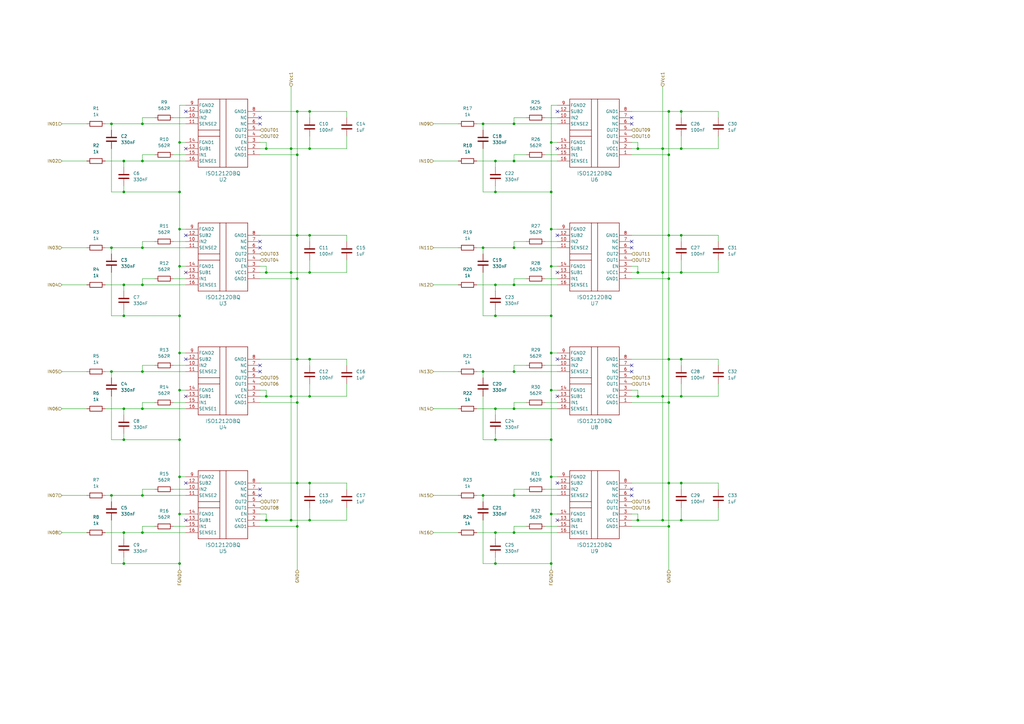
<source format=kicad_sch>
(kicad_sch (version 20231120) (generator "eeschema") (generator_version "8.0")
  (paper "A3")
  (junction (at 58.42 218.44))
  (junction (at 198.12 101.6))
  (junction (at 121.92 147.32))
  (junction (at 127 198.12))
  (junction (at 203.2 231.14))
  (junction (at 73.66 129.54))
  (junction (at 271.78 60.96))
  (junction (at 279.4 147.32))
  (junction (at 261.62 111.76))
  (junction (at 127 213.36))
  (junction (at 121.92 45.72))
  (junction (at 50.8 78.74))
  (junction (at 127 111.76))
  (junction (at 226.06 180.34))
  (junction (at 210.82 116.84))
  (junction (at 279.4 96.52))
  (junction (at 226.06 144.78))
  (junction (at 58.42 152.4))
  (junction (at 210.82 218.44))
  (junction (at 121.92 63.5))
  (junction (at 279.4 213.36))
  (junction (at 45.72 203.2))
  (junction (at 226.06 109.22))
  (junction (at 203.2 167.64))
  (junction (at 279.4 162.56))
  (junction (at 226.06 195.58))
  (junction (at 279.4 45.72))
  (junction (at 226.06 129.54))
  (junction (at 121.92 165.1))
  (junction (at 203.2 78.74))
  (junction (at 127 45.72))
  (junction (at 203.2 180.34))
  (junction (at 127 60.96))
  (junction (at 210.82 50.8))
  (junction (at 73.66 144.78))
  (junction (at 58.42 167.64))
  (junction (at 271.78 162.56))
  (junction (at 127 162.56))
  (junction (at 198.12 203.2))
  (junction (at 73.66 160.02))
  (junction (at 50.8 66.04))
  (junction (at 73.66 78.74))
  (junction (at 274.32 96.52))
  (junction (at 50.8 116.84))
  (junction (at 73.66 231.14))
  (junction (at 210.82 101.6))
  (junction (at 50.8 129.54))
  (junction (at 274.32 147.32))
  (junction (at 226.06 160.02))
  (junction (at 210.82 66.04))
  (junction (at 58.42 50.8))
  (junction (at 45.72 101.6))
  (junction (at 58.42 203.2))
  (junction (at 119.38 60.96))
  (junction (at 226.06 210.82))
  (junction (at 109.22 162.56))
  (junction (at 50.8 167.64))
  (junction (at 121.92 96.52))
  (junction (at 271.78 213.36))
  (junction (at 73.66 210.82))
  (junction (at 203.2 218.44))
  (junction (at 121.92 215.9))
  (junction (at 58.42 101.6))
  (junction (at 50.8 231.14))
  (junction (at 121.92 114.3))
  (junction (at 279.4 60.96))
  (junction (at 226.06 78.74))
  (junction (at 58.42 116.84))
  (junction (at 73.66 195.58))
  (junction (at 203.2 116.84))
  (junction (at 73.66 93.98))
  (junction (at 210.82 203.2))
  (junction (at 119.38 213.36))
  (junction (at 127 96.52))
  (junction (at 279.4 111.76))
  (junction (at 198.12 152.4))
  (junction (at 203.2 66.04))
  (junction (at 198.12 50.8))
  (junction (at 73.66 180.34))
  (junction (at 279.4 198.12))
  (junction (at 119.38 111.76))
  (junction (at 226.06 93.98))
  (junction (at 109.22 60.96))
  (junction (at 274.32 63.5))
  (junction (at 109.22 213.36))
  (junction (at 121.92 198.12))
  (junction (at 274.32 165.1))
  (junction (at 274.32 45.72))
  (junction (at 45.72 50.8))
  (junction (at 119.38 162.56))
  (junction (at 210.82 167.64))
  (junction (at 45.72 152.4))
  (junction (at 274.32 198.12))
  (junction (at 109.22 111.76))
  (junction (at 58.42 66.04))
  (junction (at 210.82 152.4))
  (junction (at 73.66 109.22))
  (junction (at 73.66 58.42))
  (junction (at 261.62 60.96))
  (junction (at 261.62 213.36))
  (junction (at 127 147.32))
  (junction (at 274.32 114.3))
  (junction (at 261.62 162.56))
  (junction (at 226.06 231.14))
  (junction (at 274.32 215.9))
  (junction (at 203.2 129.54))
  (junction (at 226.06 58.42))
  (junction (at 50.8 218.44))
  (junction (at 50.8 180.34))
  (junction (at 271.78 111.76))
  (no_connect (at 259.08 152.4))
  (no_connect (at 228.6 96.52))
  (no_connect (at 106.68 101.6))
  (no_connect (at 228.6 45.72))
  (no_connect (at 228.6 162.56))
  (no_connect (at 259.08 50.8))
  (no_connect (at 76.2 45.72))
  (no_connect (at 259.08 99.06))
  (no_connect (at 259.08 203.2))
  (no_connect (at 76.2 60.96))
  (no_connect (at 259.08 101.6))
  (no_connect (at 106.68 152.4))
  (no_connect (at 106.68 48.26))
  (no_connect (at 106.68 200.66))
  (no_connect (at 228.6 213.36))
  (no_connect (at 76.2 111.76))
  (no_connect (at 106.68 203.2))
  (no_connect (at 228.6 60.96))
  (no_connect (at 228.6 111.76))
  (no_connect (at 76.2 162.56))
  (no_connect (at 76.2 147.32))
  (no_connect (at 228.6 198.12))
  (no_connect (at 259.08 48.26))
  (no_connect (at 76.2 213.36))
  (no_connect (at 259.08 149.86))
  (no_connect (at 76.2 198.12))
  (no_connect (at 106.68 99.06))
  (no_connect (at 259.08 200.66))
  (no_connect (at 106.68 149.86))
  (no_connect (at 228.6 147.32))
  (no_connect (at 106.68 50.8))
  (no_connect (at 76.2 96.52))
  (wire (pts (xy 119.38 162.56) (xy 119.38 213.36)))
  (wire (pts (xy 142.24 200.66) (xy 142.24 198.12)))
  (wire (pts (xy 259.08 162.56) (xy 261.62 162.56)))
  (wire (pts (xy 274.32 147.32) (xy 274.32 165.1)))
  (wire (pts (xy 58.42 99.06) (xy 58.42 101.6)))
  (wire (pts (xy 50.8 231.14) (xy 73.66 231.14)))
  (wire (pts (xy 198.12 205.74) (xy 198.12 203.2)))
  (wire (pts (xy 223.52 149.86) (xy 228.6 149.86)))
  (wire (pts (xy 210.82 66.04) (xy 228.6 66.04)))
  (wire (pts (xy 177.8 167.64) (xy 187.96 167.64)))
  (wire (pts (xy 121.92 45.72) (xy 121.92 63.5)))
  (wire (pts (xy 109.22 60.96) (xy 119.38 60.96)))
  (wire (pts (xy 73.66 144.78) (xy 73.66 160.02)))
  (wire (pts (xy 226.06 231.14) (xy 226.06 233.68)))
  (wire (pts (xy 274.32 96.52) (xy 274.32 114.3)))
  (wire (pts (xy 177.8 152.4) (xy 187.96 152.4)))
  (wire (pts (xy 45.72 205.74) (xy 45.72 203.2)))
  (wire (pts (xy 25.4 116.84) (xy 35.56 116.84)))
  (wire (pts (xy 279.4 55.88) (xy 279.4 60.96)))
  (wire (pts (xy 71.12 114.3) (xy 76.2 114.3)))
  (wire (pts (xy 228.6 58.42) (xy 226.06 58.42)))
  (wire (pts (xy 127 198.12) (xy 142.24 198.12)))
  (wire (pts (xy 261.62 162.56) (xy 271.78 162.56)))
  (wire (pts (xy 228.6 195.58) (xy 226.06 195.58)))
  (wire (pts (xy 228.6 160.02) (xy 226.06 160.02)))
  (wire (pts (xy 71.12 149.86) (xy 76.2 149.86)))
  (wire (pts (xy 226.06 210.82) (xy 226.06 231.14)))
  (wire (pts (xy 73.66 129.54) (xy 73.66 144.78)))
  (wire (pts (xy 76.2 144.78) (xy 73.66 144.78)))
  (wire (pts (xy 45.72 162.56) (xy 45.72 180.34)))
  (wire (pts (xy 198.12 104.14) (xy 198.12 101.6)))
  (wire (pts (xy 259.08 63.5) (xy 274.32 63.5)))
  (wire (pts (xy 261.62 160.02) (xy 261.62 162.56)))
  (wire (pts (xy 121.92 165.1) (xy 121.92 198.12)))
  (wire (pts (xy 142.24 111.76) (xy 127 111.76)))
  (wire (pts (xy 127 45.72) (xy 142.24 45.72)))
  (wire (pts (xy 63.5 48.26) (xy 58.42 48.26)))
  (wire (pts (xy 261.62 58.42) (xy 261.62 60.96)))
  (wire (pts (xy 215.9 48.26) (xy 210.82 48.26)))
  (wire (pts (xy 203.2 177.8) (xy 203.2 180.34)))
  (wire (pts (xy 58.42 50.8) (xy 76.2 50.8)))
  (wire (pts (xy 261.62 109.22) (xy 261.62 111.76)))
  (wire (pts (xy 73.66 93.98) (xy 73.66 109.22)))
  (wire (pts (xy 294.64 213.36) (xy 279.4 213.36)))
  (wire (pts (xy 119.38 162.56) (xy 127 162.56)))
  (wire (pts (xy 279.4 208.28) (xy 279.4 213.36)))
  (wire (pts (xy 226.06 93.98) (xy 226.06 109.22)))
  (wire (pts (xy 106.68 198.12) (xy 121.92 198.12)))
  (wire (pts (xy 215.9 165.1) (xy 210.82 165.1)))
  (wire (pts (xy 203.2 218.44) (xy 203.2 220.98)))
  (wire (pts (xy 73.66 109.22) (xy 73.66 129.54)))
  (wire (pts (xy 177.8 50.8) (xy 187.96 50.8)))
  (wire (pts (xy 142.24 162.56) (xy 127 162.56)))
  (wire (pts (xy 43.18 50.8) (xy 45.72 50.8)))
  (wire (pts (xy 259.08 45.72) (xy 274.32 45.72)))
  (wire (pts (xy 198.12 53.34) (xy 198.12 50.8)))
  (wire (pts (xy 76.2 43.18) (xy 73.66 43.18)))
  (wire (pts (xy 203.2 167.64) (xy 203.2 170.18)))
  (wire (pts (xy 223.52 99.06) (xy 228.6 99.06)))
  (wire (pts (xy 63.5 63.5) (xy 58.42 63.5)))
  (wire (pts (xy 228.6 144.78) (xy 226.06 144.78)))
  (wire (pts (xy 195.58 116.84) (xy 203.2 116.84)))
  (wire (pts (xy 210.82 167.64) (xy 228.6 167.64)))
  (wire (pts (xy 226.06 195.58) (xy 226.06 210.82)))
  (wire (pts (xy 203.2 228.6) (xy 203.2 231.14)))
  (wire (pts (xy 50.8 76.2) (xy 50.8 78.74)))
  (wire (pts (xy 210.82 116.84) (xy 228.6 116.84)))
  (wire (pts (xy 25.4 152.4) (xy 35.56 152.4)))
  (wire (pts (xy 274.32 198.12) (xy 279.4 198.12)))
  (wire (pts (xy 223.52 215.9) (xy 228.6 215.9)))
  (wire (pts (xy 261.62 60.96) (xy 271.78 60.96)))
  (wire (pts (xy 45.72 60.96) (xy 45.72 78.74)))
  (wire (pts (xy 210.82 114.3) (xy 210.82 116.84)))
  (wire (pts (xy 50.8 127) (xy 50.8 129.54)))
  (wire (pts (xy 279.4 106.68) (xy 279.4 111.76)))
  (wire (pts (xy 58.42 101.6) (xy 76.2 101.6)))
  (wire (pts (xy 71.12 215.9) (xy 76.2 215.9)))
  (wire (pts (xy 25.4 167.64) (xy 35.56 167.64)))
  (wire (pts (xy 259.08 109.22) (xy 261.62 109.22)))
  (wire (pts (xy 43.18 116.84) (xy 50.8 116.84)))
  (wire (pts (xy 177.8 116.84) (xy 187.96 116.84)))
  (wire (pts (xy 259.08 198.12) (xy 274.32 198.12)))
  (wire (pts (xy 58.42 203.2) (xy 76.2 203.2)))
  (wire (pts (xy 121.92 96.52) (xy 127 96.52)))
  (wire (pts (xy 294.64 200.66) (xy 294.64 198.12)))
  (wire (pts (xy 121.92 96.52) (xy 121.92 114.3)))
  (wire (pts (xy 76.2 195.58) (xy 73.66 195.58)))
  (wire (pts (xy 76.2 160.02) (xy 73.66 160.02)))
  (wire (pts (xy 50.8 66.04) (xy 50.8 68.58)))
  (wire (pts (xy 203.2 116.84) (xy 203.2 119.38)))
  (wire (pts (xy 50.8 218.44) (xy 50.8 220.98)))
  (wire (pts (xy 76.2 210.82) (xy 73.66 210.82)))
  (wire (pts (xy 279.4 162.56) (xy 271.78 162.56)))
  (wire (pts (xy 142.24 48.26) (xy 142.24 45.72)))
  (wire (pts (xy 226.06 129.54) (xy 226.06 144.78)))
  (wire (pts (xy 50.8 228.6) (xy 50.8 231.14)))
  (wire (pts (xy 73.66 78.74) (xy 73.66 93.98)))
  (wire (pts (xy 279.4 198.12) (xy 294.64 198.12)))
  (wire (pts (xy 177.8 101.6) (xy 187.96 101.6)))
  (wire (pts (xy 76.2 58.42) (xy 73.66 58.42)))
  (wire (pts (xy 203.2 167.64) (xy 210.82 167.64)))
  (wire (pts (xy 106.68 147.32) (xy 121.92 147.32)))
  (wire (pts (xy 215.9 63.5) (xy 210.82 63.5)))
  (wire (pts (xy 259.08 96.52) (xy 274.32 96.52)))
  (wire (pts (xy 215.9 215.9) (xy 210.82 215.9)))
  (wire (pts (xy 73.66 231.14) (xy 73.66 233.68)))
  (wire (pts (xy 274.32 215.9) (xy 274.32 233.68)))
  (wire (pts (xy 127 99.06) (xy 127 96.52)))
  (wire (pts (xy 43.18 218.44) (xy 50.8 218.44)))
  (wire (pts (xy 119.38 35.56) (xy 119.38 60.96)))
  (wire (pts (xy 45.72 53.34) (xy 45.72 50.8)))
  (wire (pts (xy 203.2 116.84) (xy 210.82 116.84)))
  (wire (pts (xy 294.64 157.48) (xy 294.64 162.56)))
  (wire (pts (xy 106.68 45.72) (xy 121.92 45.72)))
  (wire (pts (xy 109.22 213.36) (xy 119.38 213.36)))
  (wire (pts (xy 25.4 218.44) (xy 35.56 218.44)))
  (wire (pts (xy 294.64 111.76) (xy 279.4 111.76)))
  (wire (pts (xy 279.4 48.26) (xy 279.4 45.72)))
  (wire (pts (xy 271.78 35.56) (xy 271.78 60.96)))
  (wire (pts (xy 210.82 101.6) (xy 228.6 101.6)))
  (wire (pts (xy 58.42 114.3) (xy 58.42 116.84)))
  (wire (pts (xy 106.68 96.52) (xy 121.92 96.52)))
  (wire (pts (xy 223.52 63.5) (xy 228.6 63.5)))
  (wire (pts (xy 198.12 180.34) (xy 203.2 180.34)))
  (wire (pts (xy 43.18 66.04) (xy 50.8 66.04)))
  (wire (pts (xy 228.6 210.82) (xy 226.06 210.82)))
  (wire (pts (xy 121.92 215.9) (xy 121.92 233.68)))
  (wire (pts (xy 198.12 152.4) (xy 210.82 152.4)))
  (wire (pts (xy 76.2 109.22) (xy 73.66 109.22)))
  (wire (pts (xy 142.24 149.86) (xy 142.24 147.32)))
  (wire (pts (xy 127 96.52) (xy 142.24 96.52)))
  (wire (pts (xy 177.8 66.04) (xy 187.96 66.04)))
  (wire (pts (xy 142.24 157.48) (xy 142.24 162.56)))
  (wire (pts (xy 71.12 200.66) (xy 76.2 200.66)))
  (wire (pts (xy 228.6 109.22) (xy 226.06 109.22)))
  (wire (pts (xy 274.32 63.5) (xy 274.32 96.52)))
  (wire (pts (xy 127 48.26) (xy 127 45.72)))
  (wire (pts (xy 50.8 167.64) (xy 50.8 170.18)))
  (wire (pts (xy 259.08 213.36) (xy 261.62 213.36)))
  (wire (pts (xy 294.64 208.28) (xy 294.64 213.36)))
  (wire (pts (xy 294.64 149.86) (xy 294.64 147.32)))
  (wire (pts (xy 58.42 149.86) (xy 58.42 152.4)))
  (wire (pts (xy 226.06 180.34) (xy 226.06 195.58)))
  (wire (pts (xy 261.62 210.82) (xy 261.62 213.36)))
  (wire (pts (xy 142.24 60.96) (xy 127 60.96)))
  (wire (pts (xy 121.92 198.12) (xy 127 198.12)))
  (wire (pts (xy 43.18 101.6) (xy 45.72 101.6)))
  (wire (pts (xy 259.08 210.82) (xy 261.62 210.82)))
  (wire (pts (xy 223.52 48.26) (xy 228.6 48.26)))
  (wire (pts (xy 127 200.66) (xy 127 198.12)))
  (wire (pts (xy 228.6 43.18) (xy 226.06 43.18)))
  (wire (pts (xy 294.64 162.56) (xy 279.4 162.56)))
  (wire (pts (xy 45.72 154.94) (xy 45.72 152.4)))
  (wire (pts (xy 203.2 129.54) (xy 226.06 129.54)))
  (wire (pts (xy 106.68 111.76) (xy 109.22 111.76)))
  (wire (pts (xy 294.64 55.88) (xy 294.64 60.96)))
  (wire (pts (xy 45.72 213.36) (xy 45.72 231.14)))
  (wire (pts (xy 50.8 177.8) (xy 50.8 180.34)))
  (wire (pts (xy 50.8 167.64) (xy 58.42 167.64)))
  (wire (pts (xy 71.12 99.06) (xy 76.2 99.06)))
  (wire (pts (xy 71.12 48.26) (xy 76.2 48.26)))
  (wire (pts (xy 198.12 162.56) (xy 198.12 180.34)))
  (wire (pts (xy 25.4 50.8) (xy 35.56 50.8)))
  (wire (pts (xy 259.08 60.96) (xy 261.62 60.96)))
  (wire (pts (xy 58.42 218.44) (xy 76.2 218.44)))
  (wire (pts (xy 274.32 198.12) (xy 274.32 215.9)))
  (wire (pts (xy 109.22 162.56) (xy 119.38 162.56)))
  (wire (pts (xy 43.18 152.4) (xy 45.72 152.4)))
  (wire (pts (xy 50.8 218.44) (xy 58.42 218.44)))
  (wire (pts (xy 274.32 147.32) (xy 279.4 147.32)))
  (wire (pts (xy 50.8 116.84) (xy 50.8 119.38)))
  (wire (pts (xy 195.58 218.44) (xy 203.2 218.44)))
  (wire (pts (xy 121.92 63.5) (xy 121.92 96.52)))
  (wire (pts (xy 45.72 78.74) (xy 50.8 78.74)))
  (wire (pts (xy 73.66 58.42) (xy 73.66 78.74)))
  (wire (pts (xy 50.8 180.34) (xy 73.66 180.34)))
  (wire (pts (xy 121.92 45.72) (xy 127 45.72)))
  (wire (pts (xy 271.78 60.96) (xy 271.78 111.76)))
  (wire (pts (xy 279.4 99.06) (xy 279.4 96.52)))
  (wire (pts (xy 279.4 200.66) (xy 279.4 198.12)))
  (wire (pts (xy 198.12 111.76) (xy 198.12 129.54)))
  (wire (pts (xy 76.2 93.98) (xy 73.66 93.98)))
  (wire (pts (xy 215.9 114.3) (xy 210.82 114.3)))
  (wire (pts (xy 109.22 109.22) (xy 109.22 111.76)))
  (wire (pts (xy 210.82 218.44) (xy 228.6 218.44)))
  (wire (pts (xy 63.5 114.3) (xy 58.42 114.3)))
  (wire (pts (xy 127 55.88) (xy 127 60.96)))
  (wire (pts (xy 228.6 93.98) (xy 226.06 93.98)))
  (wire (pts (xy 226.06 58.42) (xy 226.06 78.74)))
  (wire (pts (xy 203.2 127) (xy 203.2 129.54)))
  (wire (pts (xy 25.4 101.6) (xy 35.56 101.6)))
  (wire (pts (xy 45.72 152.4) (xy 58.42 152.4)))
  (wire (pts (xy 203.2 66.04) (xy 210.82 66.04)))
  (wire (pts (xy 271.78 162.56) (xy 271.78 213.36)))
  (wire (pts (xy 274.32 45.72) (xy 274.32 63.5)))
  (wire (pts (xy 279.4 96.52) (xy 294.64 96.52)))
  (wire (pts (xy 106.68 213.36) (xy 109.22 213.36)))
  (wire (pts (xy 58.42 200.66) (xy 58.42 203.2)))
  (wire (pts (xy 223.52 165.1) (xy 228.6 165.1)))
  (wire (pts (xy 106.68 58.42) (xy 109.22 58.42)))
  (wire (pts (xy 198.12 60.96) (xy 198.12 78.74)))
  (wire (pts (xy 294.64 99.06) (xy 294.64 96.52)))
  (wire (pts (xy 50.8 78.74) (xy 73.66 78.74)))
  (wire (pts (xy 198.12 154.94) (xy 198.12 152.4)))
  (wire (pts (xy 127 149.86) (xy 127 147.32)))
  (wire (pts (xy 142.24 106.68) (xy 142.24 111.76)))
  (wire (pts (xy 259.08 160.02) (xy 261.62 160.02)))
  (wire (pts (xy 63.5 165.1) (xy 58.42 165.1)))
  (wire (pts (xy 274.32 96.52) (xy 279.4 96.52)))
  (wire (pts (xy 142.24 208.28) (xy 142.24 213.36)))
  (wire (pts (xy 279.4 111.76) (xy 271.78 111.76)))
  (wire (pts (xy 127 157.48) (xy 127 162.56)))
  (wire (pts (xy 259.08 165.1) (xy 274.32 165.1)))
  (wire (pts (xy 210.82 99.06) (xy 210.82 101.6)))
  (wire (pts (xy 50.8 129.54) (xy 73.66 129.54)))
  (wire (pts (xy 210.82 50.8) (xy 228.6 50.8)))
  (wire (pts (xy 119.38 213.36) (xy 127 213.36)))
  (wire (pts (xy 45.72 203.2) (xy 58.42 203.2)))
  (wire (pts (xy 279.4 157.48) (xy 279.4 162.56)))
  (wire (pts (xy 195.58 167.64) (xy 203.2 167.64)))
  (wire (pts (xy 127 147.32) (xy 142.24 147.32)))
  (wire (pts (xy 279.4 60.96) (xy 271.78 60.96)))
  (wire (pts (xy 261.62 213.36) (xy 271.78 213.36)))
  (wire (pts (xy 203.2 231.14) (xy 226.06 231.14)))
  (wire (pts (xy 271.78 213.36) (xy 279.4 213.36)))
  (wire (pts (xy 121.92 147.32) (xy 121.92 165.1)))
  (wire (pts (xy 58.42 66.04) (xy 76.2 66.04)))
  (wire (pts (xy 58.42 63.5) (xy 58.42 66.04)))
  (wire (pts (xy 58.42 167.64) (xy 76.2 167.64)))
  (wire (pts (xy 210.82 152.4) (xy 228.6 152.4)))
  (wire (pts (xy 203.2 180.34) (xy 226.06 180.34)))
  (wire (pts (xy 210.82 48.26) (xy 210.82 50.8)))
  (wire (pts (xy 109.22 58.42) (xy 109.22 60.96)))
  (wire (pts (xy 195.58 101.6) (xy 198.12 101.6)))
  (wire (pts (xy 198.12 213.36) (xy 198.12 231.14)))
  (wire (pts (xy 109.22 111.76) (xy 119.38 111.76)))
  (wire (pts (xy 106.68 160.02) (xy 109.22 160.02)))
  (wire (pts (xy 226.06 109.22) (xy 226.06 129.54)))
  (wire (pts (xy 226.06 160.02) (xy 226.06 180.34)))
  (wire (pts (xy 45.72 129.54) (xy 50.8 129.54)))
  (wire (pts (xy 63.5 99.06) (xy 58.42 99.06)))
  (wire (pts (xy 294.64 60.96) (xy 279.4 60.96)))
  (wire (pts (xy 58.42 165.1) (xy 58.42 167.64)))
  (wire (pts (xy 198.12 203.2) (xy 210.82 203.2)))
  (wire (pts (xy 215.9 149.86) (xy 210.82 149.86)))
  (wire (pts (xy 195.58 203.2) (xy 198.12 203.2)))
  (wire (pts (xy 58.42 48.26) (xy 58.42 50.8)))
  (wire (pts (xy 177.8 218.44) (xy 187.96 218.44)))
  (wire (pts (xy 127 208.28) (xy 127 213.36)))
  (wire (pts (xy 25.4 203.2) (xy 35.56 203.2)))
  (wire (pts (xy 106.68 60.96) (xy 109.22 60.96)))
  (wire (pts (xy 73.66 160.02) (xy 73.66 180.34)))
  (wire (pts (xy 195.58 50.8) (xy 198.12 50.8)))
  (wire (pts (xy 121.92 114.3) (xy 121.92 147.32)))
  (wire (pts (xy 121.92 198.12) (xy 121.92 215.9)))
  (wire (pts (xy 73.66 43.18) (xy 73.66 58.42)))
  (wire (pts (xy 203.2 76.2) (xy 203.2 78.74)))
  (wire (pts (xy 210.82 63.5) (xy 210.82 66.04)))
  (wire (pts (xy 63.5 200.66) (xy 58.42 200.66)))
  (wire (pts (xy 121.92 147.32) (xy 127 147.32)))
  (wire (pts (xy 259.08 147.32) (xy 274.32 147.32)))
  (wire (pts (xy 45.72 180.34) (xy 50.8 180.34)))
  (wire (pts (xy 119.38 111.76) (xy 119.38 162.56)))
  (wire (pts (xy 73.66 210.82) (xy 73.66 231.14)))
  (wire (pts (xy 210.82 215.9) (xy 210.82 218.44)))
  (wire (pts (xy 45.72 104.14) (xy 45.72 101.6)))
  (wire (pts (xy 198.12 50.8) (xy 210.82 50.8)))
  (wire (pts (xy 215.9 200.66) (xy 210.82 200.66)))
  (wire (pts (xy 198.12 129.54) (xy 203.2 129.54)))
  (wire (pts (xy 58.42 152.4) (xy 76.2 152.4)))
  (wire (pts (xy 71.12 165.1) (xy 76.2 165.1)))
  (wire (pts (xy 109.22 160.02) (xy 109.22 162.56)))
  (wire (pts (xy 142.24 213.36) (xy 127 213.36)))
  (wire (pts (xy 109.22 210.82) (xy 109.22 213.36)))
  (wire (pts (xy 142.24 99.06) (xy 142.24 96.52)))
  (wire (pts (xy 195.58 152.4) (xy 198.12 152.4)))
  (wire (pts (xy 210.82 149.86) (xy 210.82 152.4)))
  (wire (pts (xy 119.38 60.96) (xy 119.38 111.76)))
  (wire (pts (xy 203.2 66.04) (xy 203.2 68.58)))
  (wire (pts (xy 43.18 167.64) (xy 50.8 167.64)))
  (wire (pts (xy 63.5 215.9) (xy 58.42 215.9)))
  (wire (pts (xy 73.66 195.58) (xy 73.66 210.82)))
  (wire (pts (xy 210.82 200.66) (xy 210.82 203.2)))
  (wire (pts (xy 203.2 218.44) (xy 210.82 218.44)))
  (wire (pts (xy 106.68 165.1) (xy 121.92 165.1)))
  (wire (pts (xy 45.72 101.6) (xy 58.42 101.6)))
  (wire (pts (xy 50.8 66.04) (xy 58.42 66.04)))
  (wire (pts (xy 274.32 114.3) (xy 274.32 147.32)))
  (wire (pts (xy 259.08 114.3) (xy 274.32 114.3)))
  (wire (pts (xy 226.06 43.18) (xy 226.06 58.42)))
  (wire (pts (xy 226.06 144.78) (xy 226.06 160.02)))
  (wire (pts (xy 259.08 215.9) (xy 274.32 215.9)))
  (wire (pts (xy 106.68 210.82) (xy 109.22 210.82)))
  (wire (pts (xy 63.5 149.86) (xy 58.42 149.86)))
  (wire (pts (xy 259.08 111.76) (xy 261.62 111.76)))
  (wire (pts (xy 198.12 78.74) (xy 203.2 78.74)))
  (wire (pts (xy 261.62 111.76) (xy 271.78 111.76)))
  (wire (pts (xy 279.4 45.72) (xy 294.64 45.72)))
  (wire (pts (xy 45.72 231.14) (xy 50.8 231.14)))
  (wire (pts (xy 215.9 99.06) (xy 210.82 99.06)))
  (wire (pts (xy 274.32 45.72) (xy 279.4 45.72)))
  (wire (pts (xy 106.68 109.22) (xy 109.22 109.22)))
  (wire (pts (xy 198.12 101.6) (xy 210.82 101.6)))
  (wire (pts (xy 203.2 78.74) (xy 226.06 78.74)))
  (wire (pts (xy 226.06 78.74) (xy 226.06 93.98)))
  (wire (pts (xy 119.38 111.76) (xy 127 111.76)))
  (wire (pts (xy 177.8 203.2) (xy 187.96 203.2)))
  (wire (pts (xy 198.12 231.14) (xy 203.2 231.14)))
  (wire (pts (xy 210.82 203.2) (xy 228.6 203.2)))
  (wire (pts (xy 106.68 114.3) (xy 121.92 114.3)))
  (wire (pts (xy 271.78 111.76) (xy 271.78 162.56)))
  (wire (pts (xy 106.68 162.56) (xy 109.22 162.56)))
  (wire (pts (xy 45.72 111.76) (xy 45.72 129.54)))
  (wire (pts (xy 58.42 215.9) (xy 58.42 218.44)))
  (wire (pts (xy 71.12 63.5) (xy 76.2 63.5)))
  (wire (pts (xy 294.64 106.68) (xy 294.64 111.76)))
  (wire (pts (xy 259.08 58.42) (xy 261.62 58.42)))
  (wire (pts (xy 127 106.68) (xy 127 111.76)))
  (wire (pts (xy 210.82 165.1) (xy 210.82 167.64)))
  (wire (pts (xy 25.4 66.04) (xy 35.56 66.04)))
  (wire (pts (xy 58.42 116.84) (xy 76.2 116.84)))
  (wire (pts (xy 223.52 114.3) (xy 228.6 114.3)))
  (wire (pts (xy 106.68 63.5) (xy 121.92 63.5)))
  (wire (pts (xy 142.24 55.88) (xy 142.24 60.96)))
  (wire (pts (xy 45.72 50.8) (xy 58.42 50.8)))
  (wire (pts (xy 195.58 66.04) (xy 203.2 66.04)))
  (wire (pts (xy 43.18 203.2) (xy 45.72 203.2)))
  (wire (pts (xy 274.32 165.1) (xy 274.32 198.12)))
  (wire (pts (xy 119.38 60.96) (xy 127 60.96)))
  (wire (pts (xy 223.52 200.66) (xy 228.6 200.66)))
  (wire (pts (xy 106.68 215.9) (xy 121.92 215.9)))
  (wire (pts (xy 50.8 116.84) (xy 58.42 116.84)))
  (wire (pts (xy 73.66 180.34) (xy 73.66 195.58)))
  (wire (pts (xy 279.4 149.86) (xy 279.4 147.32)))
  (wire (pts (xy 279.4 147.32) (xy 294.64 147.32)))
  (wire (pts (xy 294.64 48.26) (xy 294.64 45.72)))
  (hierarchical_label "IN10" (shape input) (at 177.8 66.04 180))
  (hierarchical_label "IN07" (shape input) (at 25.4 203.2 180))
  (hierarchical_label "IN05" (shape input) (at 25.4 152.4 180))
  (hierarchical_label "OUT05" (shape input) (at 106.68 154.94 0))
  (hierarchical_label "OUT06" (shape input) (at 106.68 157.48 0))
  (hierarchical_label "OUT07" (shape input) (at 106.68 205.74 0))
  (hierarchical_label "OUT13" (shape input) (at 259.08 154.94 0))
  (hierarchical_label "IN03" (shape input) (at 25.4 101.6 180))
  (hierarchical_label "IN08" (shape input) (at 25.4 218.44 180))
  (hierarchical_label "IN16" (shape input) (at 177.8 218.44 180))
  (hierarchical_label "OUT11" (shape input) (at 259.08 104.14 0))
  (hierarchical_label "IN12" (shape input) (at 177.8 116.84 180))
  (hierarchical_label "Vcc1" (shape input) (at 119.38 35.56 90))
  (hierarchical_label "IN14" (shape input) (at 177.8 167.64 180))
  (hierarchical_label "OUT03" (shape input) (at 106.68 104.14 0))
  (hierarchical_label "OUT14" (shape input) (at 259.08 157.48 0))
  (hierarchical_label "OUT09" (shape input) (at 259.08 53.34 0))
  (hierarchical_label "FGND" (shape input) (at 226.06 233.68 270))
  (hierarchical_label "IN11" (shape input) (at 177.8 101.6 180))
  (hierarchical_label "IN04" (shape input) (at 25.4 116.84 180))
  (hierarchical_label "GND" (shape input) (at 274.32 233.68 270))
  (hierarchical_label "OUT01" (shape input) (at 106.68 53.34 0))
  (hierarchical_label "OUT02" (shape input) (at 106.68 55.88 0))
  (hierarchical_label "OUT15" (shape input) (at 259.08 205.74 0))
  (hierarchical_label "IN13" (shape input) (at 177.8 152.4 180))
  (hierarchical_label "IN06" (shape input) (at 25.4 167.64 180))
  (hierarchical_label "OUT10" (shape input) (at 259.08 55.88 0))
  (hierarchical_label "IN01" (shape input) (at 25.4 50.8 180))
  (hierarchical_label "Vcc1" (shape input) (at 271.78 35.56 90))
  (hierarchical_label "OUT12" (shape input) (at 259.08 106.68 0))
  (hierarchical_label "IN02" (shape input) (at 25.4 66.04 180))
  (hierarchical_label "OUT16" (shape input) (at 259.08 208.28 0))
  (hierarchical_label "FGND" (shape input) (at 73.66 233.68 270))
  (hierarchical_label "OUT04" (shape input) (at 106.68 106.68 0))
  (hierarchical_label "IN09" (shape input) (at 177.8 50.8 180))
  (hierarchical_label "OUT08" (shape input) (at 106.68 208.28 0))
  (hierarchical_label "IN15" (shape input) (at 177.8 203.2 180))
  (hierarchical_label "GND" (shape input) (at 121.92 233.68 270))
  (symbol (lib_id "kicad_inventree_lib:R_1k_1206_1%") (at 39.37 152.4 90) (unit 1)
    (property "Reference" "R5" (at 39.37 146.05 90))
    (property "Value" "1k" (at 39.37 148.59 90))
    (property "Footprint" "Resistor_SMD:R_1206_3216Metric_Pad1.30x1.75mm_HandSolder" (effects (hide yes)))
    (property "Datasheet" "http://inventree.network/part/60/" (effects (hide yes)))
    (property "Description" "Resistor" (effects (hide yes)))
    (property "NextPCB_price" "0.00169" (effects (hide yes)))
    (property "NextPCB_url" "https://www.hqonline.com/product-detail/chip-resistors-fojan-frc1206f3301ts-2500354421" (effects (hide yes)))
    (property "part_ipn" "R_1k_1206_1%" (effects (hide yes)))
  )
  (symbol (lib_id "kicad_inventree_lib:ISO1212") (at 243.84 198.12 180) (unit 1)
    (property "Reference" "U9" (at 243.84 226.06 0) (effects (font (size 1.524 1.524))))
    (property "Value" "ISO1212DBQ" (at 243.84 223.52 0) (effects (font (size 1.524 1.524))))
    (property "Footprint" "kicad_inventree_lib:DBQ0016A_M" (effects (hide yes)))
    (property "Datasheet" "http://inventree.network/part/102/" (effects (hide yes)))
    (property "part_ipn" "ISO1212" (effects (hide yes)))
  )
  (symbol (lib_id "kicad_inventree_lib:R_562R_1206_1%") (at 219.71 149.86 90) (unit 1)
    (property "Reference" "R29" (at 219.71 143.51 90))
    (property "Value" "562R" (at 219.71 146.05 90))
    (property "Footprint" "Resistor_SMD:R_1206_3216Metric_Pad1.30x1.75mm_HandSolder" (effects (hide yes)))
    (property "Datasheet" "http://inventree.network/part/103/" (effects (hide yes)))
    (property "Description" "Resistor" (effects (hide yes)))
    (property "part_ipn" "R_562R_1206_1%" (effects (hide yes)))
  )
  (symbol (lib_id "kicad_inventree_lib:R_562R_1206_1%") (at 67.31 200.66 90) (unit 1)
    (property "Reference" "R15" (at 67.31 194.31 90))
    (property "Value" "562R" (at 67.31 196.85 90))
    (property "Footprint" "Resistor_SMD:R_1206_3216Metric_Pad1.30x1.75mm_HandSolder" (effects (hide yes)))
    (property "Datasheet" "http://inventree.network/part/103/" (effects (hide yes)))
    (property "Description" "Resistor" (effects (hide yes)))
    (property "part_ipn" "R_562R_1206_1%" (effects (hide yes)))
  )
  (symbol (lib_id "kicad_inventree_lib:ISO1212") (at 243.84 147.32 180) (unit 1)
    (property "Reference" "U8" (at 243.84 175.26 0) (effects (font (size 1.524 1.524))))
    (property "Value" "ISO1212DBQ" (at 243.84 172.72 0) (effects (font (size 1.524 1.524))))
    (property "Footprint" "kicad_inventree_lib:DBQ0016A_M" (effects (hide yes)))
    (property "Datasheet" "http://inventree.network/part/102/" (effects (hide yes)))
    (property "part_ipn" "ISO1212" (effects (hide yes)))
  )
  (symbol (lib_id "kicad_inventree_lib:R_1k_1206_1%") (at 191.77 203.2 90) (unit 1)
    (property "Reference" "R23" (at 191.77 196.85 90))
    (property "Value" "1k" (at 191.77 199.39 90))
    (property "Footprint" "Resistor_SMD:R_1206_3216Metric_Pad1.30x1.75mm_HandSolder" (effects (hide yes)))
    (property "Datasheet" "http://inventree.network/part/60/" (effects (hide yes)))
    (property "Description" "Resistor" (effects (hide yes)))
    (property "NextPCB_price" "0.00169" (effects (hide yes)))
    (property "NextPCB_url" "https://www.hqonline.com/product-detail/chip-resistors-fojan-frc1206f3301ts-2500354421" (effects (hide yes)))
    (property "part_ipn" "R_1k_1206_1%" (effects (hide yes)))
  )
  (symbol (lib_id "kicad_inventree_lib:C_330nF_50V_1206") (at 203.2 72.39 0) (unit 1)
    (property "Reference" "C22" (at 207.01 71.1199 0) (effects (justify left)))
    (property "Value" "330nF" (at 207.01 73.6599 0) (effects (justify left)))
    (property "Footprint" "Capacitor_SMD:C_1206_3216Metric_Pad1.33x1.80mm_HandSolder" (effects (hide yes)))
    (property "Datasheet" "http://inventree.network/part/104/" (effects (hide yes)))
    (property "Description" "Unpolarized capacitor" (effects (hide yes)))
    (property "part_ipn" "C_330nF_50V_1206" (effects (hide yes)))
  )
  (symbol (lib_id "kicad_inventree_lib:C_1uF_50V_1206") (at 142.24 204.47 0) (unit 1)
    (property "Reference" "C17" (at 146.05 203.1999 0) (effects (justify left)))
    (property "Value" "1uF" (at 146.05 205.7399 0) (effects (justify left)))
    (property "Footprint" "Capacitor_SMD:C_1206_3216Metric_Pad1.33x1.80mm_HandSolder" (effects (hide yes)))
    (property "Datasheet" "http://inventree.network/part/44/" (effects (hide yes)))
    (property "Description" "Unpolarized capacitor" (effects (hide yes)))
    (property "part_ipn" "C_1uF_50V_1206" (effects (hide yes)))
  )
  (symbol (lib_id "kicad_inventree_lib:R_562R_1206_1%") (at 67.31 114.3 90) (unit 1)
    (property "Reference" "R12" (at 67.31 107.95 90))
    (property "Value" "562R" (at 67.31 110.49 90))
    (property "Footprint" "Resistor_SMD:R_1206_3216Metric_Pad1.30x1.75mm_HandSolder" (effects (hide yes)))
    (property "Datasheet" "http://inventree.network/part/103/" (effects (hide yes)))
    (property "Description" "Resistor" (effects (hide yes)))
    (property "part_ipn" "R_562R_1206_1%" (effects (hide yes)))
  )
  (symbol (lib_id "kicad_inventree_lib:C_100nF_50V_1206") (at 279.4 102.87 0) (unit 1)
    (property "Reference" "C27" (at 283.21 101.5999 0) (effects (justify left)))
    (property "Value" "100nF" (at 283.21 104.1399 0) (effects (justify left)))
    (property "Footprint" "Capacitor_SMD:C_1206_3216Metric_Pad1.33x1.80mm_HandSolder" (effects (hide yes)))
    (property "Datasheet" "http://inventree.network/part/44/" (effects (hide yes)))
    (property "Description" "Unpolarized capacitor" (effects (hide yes)))
    (property "part_ipn" "C_100nF_50V_1206" (effects (hide yes)))
  )
  (symbol (lib_id "kicad_inventree_lib:C_1uF_50V_1206") (at 142.24 52.07 0) (unit 1)
    (property "Reference" "C14" (at 146.05 50.7999 0) (effects (justify left)))
    (property "Value" "1uF" (at 146.05 53.3399 0) (effects (justify left)))
    (property "Footprint" "Capacitor_SMD:C_1206_3216Metric_Pad1.33x1.80mm_HandSolder" (effects (hide yes)))
    (property "Datasheet" "http://inventree.network/part/44/" (effects (hide yes)))
    (property "Description" "Unpolarized capacitor" (effects (hide yes)))
    (property "part_ipn" "C_1uF_50V_1206" (effects (hide yes)))
  )
  (symbol (lib_id "kicad_inventree_lib:R_562R_1206_1%") (at 67.31 48.26 90) (unit 1)
    (property "Reference" "R9" (at 67.31 41.91 90))
    (property "Value" "562R" (at 67.31 44.45 90))
    (property "Footprint" "Resistor_SMD:R_1206_3216Metric_Pad1.30x1.75mm_HandSolder" (effects (hide yes)))
    (property "Datasheet" "http://inventree.network/part/103/" (effects (hide yes)))
    (property "Description" "Resistor" (effects (hide yes)))
    (property "part_ipn" "R_562R_1206_1%" (effects (hide yes)))
  )
  (symbol (lib_id "kicad_inventree_lib:R_562R_1206_1%") (at 67.31 63.5 90) (unit 1)
    (property "Reference" "R10" (at 67.31 57.15 90))
    (property "Value" "562R" (at 67.31 59.69 90))
    (property "Footprint" "Resistor_SMD:R_1206_3216Metric_Pad1.30x1.75mm_HandSolder" (effects (hide yes)))
    (property "Datasheet" "http://inventree.network/part/103/" (effects (hide yes)))
    (property "Description" "Resistor" (effects (hide yes)))
    (property "part_ipn" "R_562R_1206_1%" (effects (hide yes)))
  )
  (symbol (lib_id "kicad_inventree_lib:R_562R_1206_1%") (at 67.31 215.9 90) (unit 1)
    (property "Reference" "R16" (at 67.31 209.55 90))
    (property "Value" "562R" (at 67.31 212.09 90))
    (property "Footprint" "Resistor_SMD:R_1206_3216Metric_Pad1.30x1.75mm_HandSolder" (effects (hide yes)))
    (property "Datasheet" "http://inventree.network/part/103/" (effects (hide yes)))
    (property "Description" "Resistor" (effects (hide yes)))
    (property "part_ipn" "R_562R_1206_1%" (effects (hide yes)))
  )
  (symbol (lib_id "kicad_inventree_lib:R_1k_1206_1%") (at 39.37 167.64 90) (unit 1)
    (property "Reference" "R6" (at 39.37 161.29 90))
    (property "Value" "1k" (at 39.37 163.83 90))
    (property "Footprint" "Resistor_SMD:R_1206_3216Metric_Pad1.30x1.75mm_HandSolder" (effects (hide yes)))
    (property "Datasheet" "http://inventree.network/part/60/" (effects (hide yes)))
    (property "Description" "Resistor" (effects (hide yes)))
    (property "NextPCB_price" "0.00169" (effects (hide yes)))
    (property "NextPCB_url" "https://www.hqonline.com/product-detail/chip-resistors-fojan-frc1206f3301ts-2500354421" (effects (hide yes)))
    (property "part_ipn" "R_1k_1206_1%" (effects (hide yes)))
  )
  (symbol (lib_id "kicad_inventree_lib:ISO1212") (at 91.44 96.52 180) (unit 1)
    (property "Reference" "U3" (at 91.44 124.46 0) (effects (font (size 1.524 1.524))))
    (property "Value" "ISO1212DBQ" (at 91.44 121.92 0) (effects (font (size 1.524 1.524))))
    (property "Footprint" "kicad_inventree_lib:DBQ0016A_M" (effects (hide yes)))
    (property "Datasheet" "http://inventree.network/part/102/" (effects (hide yes)))
    (property "part_ipn" "ISO1212" (effects (hide yes)))
  )
  (symbol (lib_id "kicad_inventree_lib:C_1uF_50V_1206") (at 294.64 153.67 0) (unit 1)
    (property "Reference" "C32" (at 298.45 152.3999 0) (effects (justify left)))
    (property "Value" "1uF" (at 298.45 154.9399 0) (effects (justify left)))
    (property "Footprint" "Capacitor_SMD:C_1206_3216Metric_Pad1.33x1.80mm_HandSolder" (effects (hide yes)))
    (property "Datasheet" "http://inventree.network/part/44/" (effects (hide yes)))
    (property "Description" "Unpolarized capacitor" (effects (hide yes)))
    (property "part_ipn" "C_1uF_50V_1206" (effects (hide yes)))
  )
  (symbol (lib_id "kicad_inventree_lib:C_100nF_50V_1206") (at 127 102.87 0) (unit 1)
    (property "Reference" "C11" (at 130.81 101.5999 0) (effects (justify left)))
    (property "Value" "100nF" (at 130.81 104.1399 0) (effects (justify left)))
    (property "Footprint" "Capacitor_SMD:C_1206_3216Metric_Pad1.33x1.80mm_HandSolder" (effects (hide yes)))
    (property "Datasheet" "http://inventree.network/part/44/" (effects (hide yes)))
    (property "Description" "Unpolarized capacitor" (effects (hide yes)))
    (property "part_ipn" "C_100nF_50V_1206" (effects (hide yes)))
  )
  (symbol (lib_id "kicad_inventree_lib:R_1k_1206_1%") (at 39.37 101.6 90) (unit 1)
    (property "Reference" "R3" (at 39.37 95.25 90))
    (property "Value" "1k" (at 39.37 97.79 90))
    (property "Footprint" "Resistor_SMD:R_1206_3216Metric_Pad1.30x1.75mm_HandSolder" (effects (hide yes)))
    (property "Datasheet" "http://inventree.network/part/60/" (effects (hide yes)))
    (property "Description" "Resistor" (effects (hide yes)))
    (property "NextPCB_price" "0.00169" (effects (hide yes)))
    (property "NextPCB_url" "https://www.hqonline.com/product-detail/chip-resistors-fojan-frc1206f3301ts-2500354421" (effects (hide yes)))
    (property "part_ipn" "R_1k_1206_1%" (effects (hide yes)))
  )
  (symbol (lib_name "C_330nF_50V_1206_1") (lib_id "kicad_inventree_lib:C_330nF_50V_1206") (at 198.12 57.15 0) (unit 1)
    (property "Reference" "C18" (at 201.93 55.8799 0) (effects (justify left)))
    (property "Value" "330nF" (at 201.93 58.4199 0) (effects (justify left)))
    (property "Footprint" "Capacitor_SMD:C_1206_3216Metric_Pad1.33x1.80mm_HandSolder" (effects (hide yes)))
    (property "Datasheet" "http://inventree.network/part/104/" (effects (hide yes)))
    (property "Description" "Unpolarized capacitor" (effects (hide yes)))
    (property "part_ipn" "C_330nF_50V_1206" (effects (hide yes)))
  )
  (symbol (lib_id "kicad_inventree_lib:R_562R_1206_1%") (at 219.71 63.5 90) (unit 1)
    (property "Reference" "R26" (at 219.71 57.15 90))
    (property "Value" "562R" (at 219.71 59.69 90))
    (property "Footprint" "Resistor_SMD:R_1206_3216Metric_Pad1.30x1.75mm_HandSolder" (effects (hide yes)))
    (property "Datasheet" "http://inventree.network/part/103/" (effects (hide yes)))
    (property "Description" "Resistor" (effects (hide yes)))
    (property "part_ipn" "R_562R_1206_1%" (effects (hide yes)))
  )
  (symbol (lib_id "kicad_inventree_lib:R_562R_1206_1%") (at 219.71 200.66 90) (unit 1)
    (property "Reference" "R31" (at 219.71 194.31 90))
    (property "Value" "562R" (at 219.71 196.85 90))
    (property "Footprint" "Resistor_SMD:R_1206_3216Metric_Pad1.30x1.75mm_HandSolder" (effects (hide yes)))
    (property "Datasheet" "http://inventree.network/part/103/" (effects (hide yes)))
    (property "Description" "Resistor" (effects (hide yes)))
    (property "part_ipn" "R_562R_1206_1%" (effects (hide yes)))
  )
  (symbol (lib_id "kicad_inventree_lib:R_562R_1206_1%") (at 219.71 99.06 90) (unit 1)
    (property "Reference" "R27" (at 219.71 92.71 90))
    (property "Value" "562R" (at 219.71 95.25 90))
    (property "Footprint" "Resistor_SMD:R_1206_3216Metric_Pad1.30x1.75mm_HandSolder" (effects (hide yes)))
    (property "Datasheet" "http://inventree.network/part/103/" (effects (hide yes)))
    (property "Description" "Resistor" (effects (hide yes)))
    (property "part_ipn" "R_562R_1206_1%" (effects (hide yes)))
  )
  (symbol (lib_id "kicad_inventree_lib:C_330nF_50V_1206") (at 203.2 224.79 0) (unit 1)
    (property "Reference" "C25" (at 207.01 223.5199 0) (effects (justify left)))
    (property "Value" "330nF" (at 207.01 226.0599 0) (effects (justify left)))
    (property "Footprint" "Capacitor_SMD:C_1206_3216Metric_Pad1.33x1.80mm_HandSolder" (effects (hide yes)))
    (property "Datasheet" "http://inventree.network/part/104/" (effects (hide yes)))
    (property "Description" "Unpolarized capacitor" (effects (hide yes)))
    (property "part_ipn" "C_330nF_50V_1206" (effects (hide yes)))
  )
  (symbol (lib_id "kicad_inventree_lib:C_1uF_50V_1206") (at 142.24 153.67 0) (unit 1)
    (property "Reference" "C16" (at 146.05 152.3999 0) (effects (justify left)))
    (property "Value" "1uF" (at 146.05 154.9399 0) (effects (justify left)))
    (property "Footprint" "Capacitor_SMD:C_1206_3216Metric_Pad1.33x1.80mm_HandSolder" (effects (hide yes)))
    (property "Datasheet" "http://inventree.network/part/44/" (effects (hide yes)))
    (property "Description" "Unpolarized capacitor" (effects (hide yes)))
    (property "part_ipn" "C_1uF_50V_1206" (effects (hide yes)))
  )
  (symbol (lib_id "kicad_inventree_lib:C_100nF_50V_1206") (at 279.4 204.47 0) (unit 1)
    (property "Reference" "C29" (at 283.21 203.1999 0) (effects (justify left)))
    (property "Value" "100nF" (at 283.21 205.7399 0) (effects (justify left)))
    (property "Footprint" "Capacitor_SMD:C_1206_3216Metric_Pad1.33x1.80mm_HandSolder" (effects (hide yes)))
    (property "Datasheet" "http://inventree.network/part/44/" (effects (hide yes)))
    (property "Description" "Unpolarized capacitor" (effects (hide yes)))
    (property "part_ipn" "C_100nF_50V_1206" (effects (hide yes)))
  )
  (symbol (lib_id "kicad_inventree_lib:C_1uF_50V_1206") (at 294.64 204.47 0) (unit 1)
    (property "Reference" "C33" (at 298.45 203.1999 0) (effects (justify left)))
    (property "Value" "1uF" (at 298.45 205.7399 0) (effects (justify left)))
    (property "Footprint" "Capacitor_SMD:C_1206_3216Metric_Pad1.33x1.80mm_HandSolder" (effects (hide yes)))
    (property "Datasheet" "http://inventree.network/part/44/" (effects (hide yes)))
    (property "Description" "Unpolarized capacitor" (effects (hide yes)))
    (property "part_ipn" "C_1uF_50V_1206" (effects (hide yes)))
  )
  (symbol (lib_id "kicad_inventree_lib:R_1k_1206_1%") (at 39.37 203.2 90) (unit 1)
    (property "Reference" "R7" (at 39.37 196.85 90))
    (property "Value" "1k" (at 39.37 199.39 90))
    (property "Footprint" "Resistor_SMD:R_1206_3216Metric_Pad1.30x1.75mm_HandSolder" (effects (hide yes)))
    (property "Datasheet" "http://inventree.network/part/60/" (effects (hide yes)))
    (property "Description" "Resistor" (effects (hide yes)))
    (property "NextPCB_price" "0.00169" (effects (hide yes)))
    (property "NextPCB_url" "https://www.hqonline.com/product-detail/chip-resistors-fojan-frc1206f3301ts-2500354421" (effects (hide yes)))
    (property "part_ipn" "R_1k_1206_1%" (effects (hide yes)))
  )
  (symbol (lib_id "kicad_inventree_lib:ISO1212") (at 243.84 96.52 180) (unit 1)
    (property "Reference" "U7" (at 243.84 124.46 0) (effects (font (size 1.524 1.524))))
    (property "Value" "ISO1212DBQ" (at 243.84 121.92 0) (effects (font (size 1.524 1.524))))
    (property "Footprint" "kicad_inventree_lib:DBQ0016A_M" (effects (hide yes)))
    (property "Datasheet" "http://inventree.network/part/102/" (effects (hide yes)))
    (property "part_ipn" "ISO1212" (effects (hide yes)))
  )
  (symbol (lib_id "kicad_inventree_lib:R_1k_1206_1%") (at 191.77 167.64 90) (unit 1)
    (property "Reference" "R22" (at 191.77 161.29 90))
    (property "Value" "1k" (at 191.77 163.83 90))
    (property "Footprint" "Resistor_SMD:R_1206_3216Metric_Pad1.30x1.75mm_HandSolder" (effects (hide yes)))
    (property "Datasheet" "http://inventree.network/part/60/" (effects (hide yes)))
    (property "Description" "Resistor" (effects (hide yes)))
    (property "NextPCB_price" "0.00169" (effects (hide yes)))
    (property "NextPCB_url" "https://www.hqonline.com/product-detail/chip-resistors-fojan-frc1206f3301ts-2500354421" (effects (hide yes)))
    (property "part_ipn" "R_1k_1206_1%" (effects (hide yes)))
  )
  (symbol (lib_id "kicad_inventree_lib:R_562R_1206_1%") (at 219.71 165.1 90) (unit 1)
    (property "Reference" "R30" (at 219.71 158.75 90))
    (property "Value" "562R" (at 219.71 161.29 90))
    (property "Footprint" "Resistor_SMD:R_1206_3216Metric_Pad1.30x1.75mm_HandSolder" (effects (hide yes)))
    (property "Datasheet" "http://inventree.network/part/103/" (effects (hide yes)))
    (property "Description" "Resistor" (effects (hide yes)))
    (property "part_ipn" "R_562R_1206_1%" (effects (hide yes)))
  )
  (symbol (lib_id "kicad_inventree_lib:R_562R_1206_1%") (at 67.31 149.86 90) (unit 1)
    (property "Reference" "R13" (at 67.31 143.51 90))
    (property "Value" "562R" (at 67.31 146.05 90))
    (property "Footprint" "Resistor_SMD:R_1206_3216Metric_Pad1.30x1.75mm_HandSolder" (effects (hide yes)))
    (property "Datasheet" "http://inventree.network/part/103/" (effects (hide yes)))
    (property "Description" "Resistor" (effects (hide yes)))
    (property "part_ipn" "R_562R_1206_1%" (effects (hide yes)))
  )
  (symbol (lib_id "kicad_inventree_lib:C_1uF_50V_1206") (at 294.64 52.07 0) (unit 1)
    (property "Reference" "C30" (at 298.45 50.7999 0) (effects (justify left)))
    (property "Value" "1uF" (at 298.45 53.3399 0) (effects (justify left)))
    (property "Footprint" "Capacitor_SMD:C_1206_3216Metric_Pad1.33x1.80mm_HandSolder" (effects (hide yes)))
    (property "Datasheet" "http://inventree.network/part/44/" (effects (hide yes)))
    (property "Description" "Unpolarized capacitor" (effects (hide yes)))
    (property "part_ipn" "C_1uF_50V_1206" (effects (hide yes)))
  )
  (symbol (lib_id "kicad_inventree_lib:C_330nF_50V_1206") (at 203.2 123.19 0) (unit 1)
    (property "Reference" "C23" (at 207.01 121.9199 0) (effects (justify left)))
    (property "Value" "330nF" (at 207.01 124.4599 0) (effects (justify left)))
    (property "Footprint" "Capacitor_SMD:C_1206_3216Metric_Pad1.33x1.80mm_HandSolder" (effects (hide yes)))
    (property "Datasheet" "http://inventree.network/part/104/" (effects (hide yes)))
    (property "Description" "Unpolarized capacitor" (effects (hide yes)))
    (property "part_ipn" "C_330nF_50V_1206" (effects (hide yes)))
  )
  (symbol (lib_name "C_330nF_50V_1206_1") (lib_id "kicad_inventree_lib:C_330nF_50V_1206") (at 45.72 57.15 0) (unit 1)
    (property "Reference" "C2" (at 49.53 55.8799 0) (effects (justify left)))
    (property "Value" "330nF" (at 49.53 58.4199 0) (effects (justify left)))
    (property "Footprint" "Capacitor_SMD:C_1206_3216Metric_Pad1.33x1.80mm_HandSolder" (effects (hide yes)))
    (property "Datasheet" "http://inventree.network/part/104/" (effects (hide yes)))
    (property "Description" "Unpolarized capacitor" (effects (hide yes)))
    (property "part_ipn" "C_330nF_50V_1206" (effects (hide yes)))
  )
  (symbol (lib_id "kicad_inventree_lib:ISO1212") (at 243.84 45.72 180) (unit 1)
    (property "Reference" "U6" (at 243.84 73.66 0) (effects (font (size 1.524 1.524))))
    (property "Value" "ISO1212DBQ" (at 243.84 71.12 0) (effects (font (size 1.524 1.524))))
    (property "Footprint" "kicad_inventree_lib:DBQ0016A_M" (effects (hide yes)))
    (property "Datasheet" "http://inventree.network/part/102/" (effects (hide yes)))
    (property "part_ipn" "ISO1212" (effects (hide yes)))
  )
  (symbol (lib_id "kicad_inventree_lib:R_1k_1206_1%") (at 191.77 116.84 90) (unit 1)
    (property "Reference" "R20" (at 191.77 110.49 90))
    (property "Value" "1k" (at 191.77 113.03 90))
    (property "Footprint" "Resistor_SMD:R_1206_3216Metric_Pad1.30x1.75mm_HandSolder" (effects (hide yes)))
    (property "Datasheet" "http://inventree.network/part/60/" (effects (hide yes)))
    (property "Description" "Resistor" (effects (hide yes)))
    (property "NextPCB_price" "0.00169" (effects (hide yes)))
    (property "NextPCB_url" "https://www.hqonline.com/product-detail/chip-resistors-fojan-frc1206f3301ts-2500354421" (effects (hide yes)))
    (property "part_ipn" "R_1k_1206_1%" (effects (hide yes)))
  )
  (symbol (lib_id "kicad_inventree_lib:R_1k_1206_1%") (at 191.77 101.6 90) (unit 1)
    (property "Reference" "R19" (at 191.77 95.25 90))
    (property "Value" "1k" (at 191.77 97.79 90))
    (property "Footprint" "Resistor_SMD:R_1206_3216Metric_Pad1.30x1.75mm_HandSolder" (effects (hide yes)))
    (property "Datasheet" "http://inventree.network/part/60/" (effects (hide yes)))
    (property "Description" "Resistor" (effects (hide yes)))
    (property "NextPCB_price" "0.00169" (effects (hide yes)))
    (property "NextPCB_url" "https://www.hqonline.com/product-detail/chip-resistors-fojan-frc1206f3301ts-2500354421" (effects (hide yes)))
    (property "part_ipn" "R_1k_1206_1%" (effects (hide yes)))
  )
  (symbol (lib_id "kicad_inventree_lib:R_562R_1206_1%") (at 67.31 99.06 90) (unit 1)
    (property "Reference" "R11" (at 67.31 92.71 90))
    (property "Value" "562R" (at 67.31 95.25 90))
    (property "Footprint" "Resistor_SMD:R_1206_3216Metric_Pad1.30x1.75mm_HandSolder" (effects (hide yes)))
    (property "Datasheet" "http://inventree.network/part/103/" (effects (hide yes)))
    (property "Description" "Resistor" (effects (hide yes)))
    (property "part_ipn" "R_562R_1206_1%" (effects (hide yes)))
  )
  (symbol (lib_id "kicad_inventree_lib:C_330nF_50V_1206") (at 50.8 123.19 0) (unit 1)
    (property "Reference" "C7" (at 54.61 121.9199 0) (effects (justify left)))
    (property "Value" "330nF" (at 54.61 124.4599 0) (effects (justify left)))
    (property "Footprint" "Capacitor_SMD:C_1206_3216Metric_Pad1.33x1.80mm_HandSolder" (effects (hide yes)))
    (property "Datasheet" "http://inventree.network/part/104/" (effects (hide yes)))
    (property "Description" "Unpolarized capacitor" (effects (hide yes)))
    (property "part_ipn" "C_330nF_50V_1206" (effects (hide yes)))
  )
  (symbol (lib_id "kicad_inventree_lib:R_562R_1206_1%") (at 67.31 165.1 90) (unit 1)
    (property "Reference" "R14" (at 67.31 158.75 90))
    (property "Value" "562R" (at 67.31 161.29 90))
    (property "Footprint" "Resistor_SMD:R_1206_3216Metric_Pad1.30x1.75mm_HandSolder" (effects (hide yes)))
    (property "Datasheet" "http://inventree.network/part/103/" (effects (hide yes)))
    (property "Description" "Resistor" (effects (hide yes)))
    (property "part_ipn" "R_562R_1206_1%" (effects (hide yes)))
  )
  (symbol (lib_id "kicad_inventree_lib:C_330nF_50V_1206") (at 203.2 173.99 0) (unit 1)
    (property "Reference" "C24" (at 207.01 172.7199 0) (effects (justify left)))
    (property "Value" "330nF" (at 207.01 175.2599 0) (effects (justify left)))
    (property "Footprint" "Capacitor_SMD:C_1206_3216Metric_Pad1.33x1.80mm_HandSolder" (effects (hide yes)))
    (property "Datasheet" "http://inventree.network/part/104/" (effects (hide yes)))
    (property "Description" "Unpolarized capacitor" (effects (hide yes)))
    (property "part_ipn" "C_330nF_50V_1206" (effects (hide yes)))
  )
  (symbol (lib_id "kicad_inventree_lib:C_100nF_50V_1206") (at 127 153.67 0) (unit 1)
    (property "Reference" "C12" (at 130.81 152.3999 0) (effects (justify left)))
    (property "Value" "100nF" (at 130.81 154.9399 0) (effects (justify left)))
    (property "Footprint" "Capacitor_SMD:C_1206_3216Metric_Pad1.33x1.80mm_HandSolder" (effects (hide yes)))
    (property "Datasheet" "http://inventree.network/part/44/" (effects (hide yes)))
    (property "Description" "Unpolarized capacitor" (effects (hide yes)))
    (property "part_ipn" "C_100nF_50V_1206" (effects (hide yes)))
  )
  (symbol (lib_id "kicad_inventree_lib:C_1uF_50V_1206") (at 294.64 102.87 0) (unit 1)
    (property "Reference" "C31" (at 298.45 101.5999 0) (effects (justify left)))
    (property "Value" "1uF" (at 298.45 104.1399 0) (effects (justify left)))
    (property "Footprint" "Capacitor_SMD:C_1206_3216Metric_Pad1.33x1.80mm_HandSolder" (effects (hide yes)))
    (property "Datasheet" "http://inventree.network/part/44/" (effects (hide yes)))
    (property "Description" "Unpolarized capacitor" (effects (hide yes)))
    (property "part_ipn" "C_1uF_50V_1206" (effects (hide yes)))
  )
  (symbol (lib_id "kicad_inventree_lib:R_1k_1206_1%") (at 191.77 218.44 90) (unit 1)
    (property "Reference" "R24" (at 191.77 212.09 90))
    (property "Value" "1k" (at 191.77 214.63 90))
    (property "Footprint" "Resistor_SMD:R_1206_3216Metric_Pad1.30x1.75mm_HandSolder" (effects (hide yes)))
    (property "Datasheet" "http://inventree.network/part/60/" (effects (hide yes)))
    (property "Description" "Resistor" (effects (hide yes)))
    (property "NextPCB_price" "0.00169" (effects (hide yes)))
    (property "NextPCB_url" "https://www.hqonline.com/product-detail/chip-resistors-fojan-frc1206f3301ts-2500354421" (effects (hide yes)))
    (property "part_ipn" "R_1k_1206_1%" (effects (hide yes)))
  )
  (symbol (lib_id "kicad_inventree_lib:R_562R_1206_1%") (at 219.71 48.26 90) (unit 1)
    (property "Reference" "R25" (at 219.71 41.91 90))
    (property "Value" "562R" (at 219.71 44.45 90))
    (property "Footprint" "Resistor_SMD:R_1206_3216Metric_Pad1.30x1.75mm_HandSolder" (effects (hide yes)))
    (property "Datasheet" "http://inventree.network/part/103/" (effects (hide yes)))
    (property "Description" "Resistor" (effects (hide yes)))
    (property "part_ipn" "R_562R_1206_1%" (effects (hide yes)))
  )
  (symbol (lib_id "kicad_inventree_lib:R_1k_1206_1%") (at 39.37 50.8 90) (unit 1)
    (property "Reference" "R1" (at 39.37 44.45 90))
    (property "Value" "1k" (at 39.37 46.99 90))
    (property "Footprint" "Resistor_SMD:R_1206_3216Metric_Pad1.30x1.75mm_HandSolder" (effects (hide yes)))
    (property "Datasheet" "http://inventree.network/part/60/" (effects (hide yes)))
    (property "Description" "Resistor" (effects (hide yes)))
    (property "NextPCB_price" "0.00169" (effects (hide yes)))
    (property "NextPCB_url" "https://www.hqonline.com/product-detail/chip-resistors-fojan-frc1206f3301ts-2500354421" (effects (hide yes)))
    (property "part_ipn" "R_1k_1206_1%" (effects (hide yes)))
  )
  (symbol (lib_name "C_330nF_50V_1206_1") (lib_id "kicad_inventree_lib:C_330nF_50V_1206") (at 45.72 209.55 0) (unit 1)
    (property "Reference" "C5" (at 49.53 208.2799 0) (effects (justify left)))
    (property "Value" "330nF" (at 49.53 210.8199 0) (effects (justify left)))
    (property "Footprint" "Capacitor_SMD:C_1206_3216Metric_Pad1.33x1.80mm_HandSolder" (effects (hide yes)))
    (property "Datasheet" "http://inventree.network/part/104/" (effects (hide yes)))
    (property "Description" "Unpolarized capacitor" (effects (hide yes)))
    (property "part_ipn" "C_330nF_50V_1206" (effects (hide yes)))
  )
  (symbol (lib_name "C_330nF_50V_1206_1") (lib_id "kicad_inventree_lib:C_330nF_50V_1206") (at 45.72 107.95 0) (unit 1)
    (property "Reference" "C3" (at 49.53 106.6799 0) (effects (justify left)))
    (property "Value" "330nF" (at 49.53 109.2199 0) (effects (justify left)))
    (property "Footprint" "Capacitor_SMD:C_1206_3216Metric_Pad1.33x1.80mm_HandSolder" (effects (hide yes)))
    (property "Datasheet" "http://inventree.network/part/104/" (effects (hide yes)))
    (property "Description" "Unpolarized capacitor" (effects (hide yes)))
    (property "part_ipn" "C_330nF_50V_1206" (effects (hide yes)))
  )
  (symbol (lib_id "kicad_inventree_lib:C_100nF_50V_1206") (at 127 52.07 0) (unit 1)
    (property "Reference" "C10" (at 130.81 50.7999 0) (effects (justify left)))
    (property "Value" "100nF" (at 130.81 53.3399 0) (effects (justify left)))
    (property "Footprint" "Capacitor_SMD:C_1206_3216Metric_Pad1.33x1.80mm_HandSolder" (effects (hide yes)))
    (property "Datasheet" "http://inventree.network/part/44/" (effects (hide yes)))
    (property "Description" "Unpolarized capacitor" (effects (hide yes)))
    (property "part_ipn" "C_100nF_50V_1206" (effects (hide yes)))
  )
  (symbol (lib_id "kicad_inventree_lib:R_1k_1206_1%") (at 39.37 66.04 90) (unit 1)
    (property "Reference" "R2" (at 39.37 59.69 90))
    (property "Value" "1k" (at 39.37 62.23 90))
    (property "Footprint" "Resistor_SMD:R_1206_3216Metric_Pad1.30x1.75mm_HandSolder" (effects (hide yes)))
    (property "Datasheet" "http://inventree.network/part/60/" (effects (hide yes)))
    (property "Description" "Resistor" (effects (hide yes)))
    (property "NextPCB_price" "0.00169" (effects (hide yes)))
    (property "NextPCB_url" "https://www.hqonline.com/product-detail/chip-resistors-fojan-frc1206f3301ts-2500354421" (effects (hide yes)))
    (property "part_ipn" "R_1k_1206_1%" (effects (hide yes)))
  )
  (symbol (lib_id "kicad_inventree_lib:C_100nF_50V_1206") (at 279.4 52.07 0) (unit 1)
    (property "Reference" "C26" (at 283.21 50.7999 0) (effects (justify left)))
    (property "Value" "100nF" (at 283.21 53.3399 0) (effects (justify left)))
    (property "Footprint" "Capacitor_SMD:C_1206_3216Metric_Pad1.33x1.80mm_HandSolder" (effects (hide yes)))
    (property "Datasheet" "http://inventree.network/part/44/" (effects (hide yes)))
    (property "Description" "Unpolarized capacitor" (effects (hide yes)))
    (property "part_ipn" "C_100nF_50V_1206" (effects (hide yes)))
  )
  (symbol (lib_id "kicad_inventree_lib:R_1k_1206_1%") (at 191.77 152.4 90) (unit 1)
    (property "Reference" "R21" (at 191.77 146.05 90))
    (property "Value" "1k" (at 191.77 148.59 90))
    (property "Footprint" "Resistor_SMD:R_1206_3216Metric_Pad1.30x1.75mm_HandSolder" (effects (hide yes)))
    (property "Datasheet" "http://inventree.network/part/60/" (effects (hide yes)))
    (property "Description" "Resistor" (effects (hide yes)))
    (property "NextPCB_price" "0.00169" (effects (hide yes)))
    (property "NextPCB_url" "https://www.hqonline.com/product-detail/chip-resistors-fojan-frc1206f3301ts-2500354421" (effects (hide yes)))
    (property "part_ipn" "R_1k_1206_1%" (effects (hide yes)))
  )
  (symbol (lib_id "kicad_inventree_lib:R_1k_1206_1%") (at 191.77 50.8 90) (unit 1)
    (property "Reference" "R17" (at 191.77 44.45 90))
    (property "Value" "1k" (at 191.77 46.99 90))
    (property "Footprint" "Resistor_SMD:R_1206_3216Metric_Pad1.30x1.75mm_HandSolder" (effects (hide yes)))
    (property "Datasheet" "http://inventree.network/part/60/" (effects (hide yes)))
    (property "Description" "Resistor" (effects (hide yes)))
    (property "NextPCB_price" "0.00169" (effects (hide yes)))
    (property "NextPCB_url" "https://www.hqonline.com/product-detail/chip-resistors-fojan-frc1206f3301ts-2500354421" (effects (hide yes)))
    (property "part_ipn" "R_1k_1206_1%" (effects (hide yes)))
  )
  (symbol (lib_id "kicad_inventree_lib:C_100nF_50V_1206") (at 127 204.47 0) (unit 1)
    (property "Reference" "C13" (at 130.81 203.1999 0) (effects (justify left)))
    (property "Value" "100nF" (at 130.81 205.7399 0) (effects (justify left)))
    (property "Footprint" "Capacitor_SMD:C_1206_3216Metric_Pad1.33x1.80mm_HandSolder" (effects (hide yes)))
    (property "Datasheet" "http://inventree.network/part/44/" (effects (hide yes)))
    (property "Description" "Unpolarized capacitor" (effects (hide yes)))
    (property "part_ipn" "C_100nF_50V_1206" (effects (hide yes)))
  )
  (symbol (lib_id "kicad_inventree_lib:C_100nF_50V_1206") (at 279.4 153.67 0) (unit 1)
    (property "Reference" "C28" (at 283.21 152.3999 0) (effects (justify left)))
    (property "Value" "100nF" (at 283.21 154.9399 0) (effects (justify left)))
    (property "Footprint" "Capacitor_SMD:C_1206_3216Metric_Pad1.33x1.80mm_HandSolder" (effects (hide yes)))
    (property "Datasheet" "http://inventree.network/part/44/" (effects (hide yes)))
    (property "Description" "Unpolarized capacitor" (effects (hide yes)))
    (property "part_ipn" "C_100nF_50V_1206" (effects (hide yes)))
  )
  (symbol (lib_id "kicad_inventree_lib:R_1k_1206_1%") (at 39.37 116.84 90) (unit 1)
    (property "Reference" "R4" (at 39.37 110.49 90))
    (property "Value" "1k" (at 39.37 113.03 90))
    (property "Footprint" "Resistor_SMD:R_1206_3216Metric_Pad1.30x1.75mm_HandSolder" (effects (hide yes)))
    (property "Datasheet" "http://inventree.network/part/60/" (effects (hide yes)))
    (property "Description" "Resistor" (effects (hide yes)))
    (property "NextPCB_price" "0.00169" (effects (hide yes)))
    (property "NextPCB_url" "https://www.hqonline.com/product-detail/chip-resistors-fojan-frc1206f3301ts-2500354421" (effects (hide yes)))
    (property "part_ipn" "R_1k_1206_1%" (effects (hide yes)))
  )
  (symbol (lib_id "kicad_inventree_lib:R_1k_1206_1%") (at 39.37 218.44 90) (unit 1)
    (property "Reference" "R8" (at 39.37 212.09 90))
    (property "Value" "1k" (at 39.37 214.63 90))
    (property "Footprint" "Resistor_SMD:R_1206_3216Metric_Pad1.30x1.75mm_HandSolder" (effects (hide yes)))
    (property "Datasheet" "http://inventree.network/part/60/" (effects (hide yes)))
    (property "Description" "Resistor" (effects (hide yes)))
    (property "NextPCB_price" "0.00169" (effects (hide yes)))
    (property "NextPCB_url" "https://www.hqonline.com/product-detail/chip-resistors-fojan-frc1206f3301ts-2500354421" (effects (hide yes)))
    (property "part_ipn" "R_1k_1206_1%" (effects (hide yes)))
  )
  (symbol (lib_id "kicad_inventree_lib:R_562R_1206_1%") (at 219.71 215.9 90) (unit 1)
    (property "Reference" "R32" (at 219.71 209.55 90))
    (property "Value" "562R" (at 219.71 212.09 90))
    (property "Footprint" "Resistor_SMD:R_1206_3216Metric_Pad1.30x1.75mm_HandSolder" (effects (hide yes)))
    (property "Datasheet" "http://inventree.network/part/103/" (effects (hide yes)))
    (property "Description" "Resistor" (effects (hide yes)))
    (property "part_ipn" "R_562R_1206_1%" (effects (hide yes)))
  )
  (symbol (lib_id "kicad_inventree_lib:C_330nF_50V_1206") (at 50.8 72.39 0) (unit 1)
    (property "Reference" "C6" (at 54.61 71.1199 0) (effects (justify left)))
    (property "Value" "330nF" (at 54.61 73.6599 0) (effects (justify left)))
    (property "Footprint" "Capacitor_SMD:C_1206_3216Metric_Pad1.33x1.80mm_HandSolder" (effects (hide yes)))
    (property "Datasheet" "http://inventree.network/part/104/" (effects (hide yes)))
    (property "Description" "Unpolarized capacitor" (effects (hide yes)))
    (property "part_ipn" "C_330nF_50V_1206" (effects (hide yes)))
  )
  (symbol (lib_id "kicad_inventree_lib:R_1k_1206_1%") (at 191.77 66.04 90) (unit 1)
    (property "Reference" "R18" (at 191.77 59.69 90))
    (property "Value" "1k" (at 191.77 62.23 90))
    (property "Footprint" "Resistor_SMD:R_1206_3216Metric_Pad1.30x1.75mm_HandSolder" (effects (hide yes)))
    (property "Datasheet" "http://inventree.network/part/60/" (effects (hide yes)))
    (property "Description" "Resistor" (effects (hide yes)))
    (property "NextPCB_price" "0.00169" (effects (hide yes)))
    (property "NextPCB_url" "https://www.hqonline.com/product-detail/chip-resistors-fojan-frc1206f3301ts-2500354421" (effects (hide yes)))
    (property "part_ipn" "R_1k_1206_1%" (effects (hide yes)))
  )
  (symbol (lib_id "kicad_inventree_lib:R_562R_1206_1%") (at 219.71 114.3 90) (unit 1)
    (property "Reference" "R28" (at 219.71 107.95 90))
    (property "Value" "562R" (at 219.71 110.49 90))
    (property "Footprint" "Resistor_SMD:R_1206_3216Metric_Pad1.30x1.75mm_HandSolder" (effects (hide yes)))
    (property "Datasheet" "http://inventree.network/part/103/" (effects (hide yes)))
    (property "Description" "Resistor" (effects (hide yes)))
    (property "part_ipn" "R_562R_1206_1%" (effects (hide yes)))
  )
  (symbol (lib_id "kicad_inventree_lib:ISO1212") (at 91.44 45.72 180) (unit 1)
    (property "Reference" "U2" (at 91.44 73.66 0) (effects (font (size 1.524 1.524))))
    (property "Value" "ISO1212DBQ" (at 91.44 71.12 0) (effects (font (size 1.524 1.524))))
    (property "Footprint" "kicad_inventree_lib:DBQ0016A_M" (effects (hide yes)))
    (property "Datasheet" "http://inventree.network/part/102/" (effects (hide yes)))
    (property "part_ipn" "ISO1212" (effects (hide yes)))
  )
  (symbol (lib_name "C_330nF_50V_1206_1") (lib_id "kicad_inventree_lib:C_330nF_50V_1206") (at 198.12 209.55 0) (unit 1)
    (property "Reference" "C21" (at 201.93 208.2799 0) (effects (justify left)))
    (property "Value" "330nF" (at 201.93 210.8199 0) (effects (justify left)))
    (property "Footprint" "Capacitor_SMD:C_1206_3216Metric_Pad1.33x1.80mm_HandSolder" (effects (hide yes)))
    (property "Datasheet" "http://inventree.network/part/104/" (effects (hide yes)))
    (property "Description" "Unpolarized capacitor" (effects (hide yes)))
    (property "part_ipn" "C_330nF_50V_1206" (effects (hide yes)))
  )
  (symbol (lib_name "C_330nF_50V_1206_1") (lib_id "kicad_inventree_lib:C_330nF_50V_1206") (at 198.12 158.75 0) (unit 1)
    (property "Reference" "C20" (at 201.93 157.4799 0) (effects (justify left)))
    (property "Value" "330nF" (at 201.93 160.0199 0) (effects (justify left)))
    (property "Footprint" "Capacitor_SMD:C_1206_3216Metric_Pad1.33x1.80mm_HandSolder" (effects (hide yes)))
    (property "Datasheet" "http://inventree.network/part/104/" (effects (hide yes)))
    (property "Description" "Unpolarized capacitor" (effects (hide yes)))
    (property "part_ipn" "C_330nF_50V_1206" (effects (hide yes)))
  )
  (symbol (lib_id "kicad_inventree_lib:C_330nF_50V_1206") (at 50.8 173.99 0) (unit 1)
    (property "Reference" "C8" (at 54.61 172.7199 0) (effects (justify left)))
    (property "Value" "330nF" (at 54.61 175.2599 0) (effects (justify left)))
    (property "Footprint" "Capacitor_SMD:C_1206_3216Metric_Pad1.33x1.80mm_HandSolder" (effects (hide yes)))
    (property "Datasheet" "http://inventree.network/part/104/" (effects (hide yes)))
    (property "Description" "Unpolarized capacitor" (effects (hide yes)))
    (property "part_ipn" "C_330nF_50V_1206" (effects (hide yes)))
  )
  (symbol (lib_id "kicad_inventree_lib:ISO1212") (at 91.44 147.32 180) (unit 1)
    (property "Reference" "U4" (at 91.44 175.26 0) (effects (font (size 1.524 1.524))))
    (property "Value" "ISO1212DBQ" (at 91.44 172.72 0) (effects (font (size 1.524 1.524))))
    (property "Footprint" "kicad_inventree_lib:DBQ0016A_M" (effects (hide yes)))
    (property "Datasheet" "http://inventree.network/part/102/" (effects (hide yes)))
    (property "part_ipn" "ISO1212" (effects (hide yes)))
  )
  (symbol (lib_name "C_330nF_50V_1206_1") (lib_id "kicad_inventree_lib:C_330nF_50V_1206") (at 198.12 107.95 0) (unit 1)
    (property "Reference" "C19" (at 201.93 106.6799 0) (effects (justify left)))
    (property "Value" "330nF" (at 201.93 109.2199 0) (effects (justify left)))
    (property "Footprint" "Capacitor_SMD:C_1206_3216Metric_Pad1.33x1.80mm_HandSolder" (effects (hide yes)))
    (property "Datasheet" "http://inventree.network/part/104/" (effects (hide yes)))
    (property "Description" "Unpolarized capacitor" (effects (hide yes)))
    (property "part_ipn" "C_330nF_50V_1206" (effects (hide yes)))
  )
  (symbol (lib_name "C_330nF_50V_1206_1") (lib_id "kicad_inventree_lib:C_330nF_50V_1206") (at 45.72 158.75 0) (unit 1)
    (property "Reference" "C4" (at 49.53 157.4799 0) (effects (justify left)))
    (property "Value" "330nF" (at 49.53 160.0199 0) (effects (justify left)))
    (property "Footprint" "Capacitor_SMD:C_1206_3216Metric_Pad1.33x1.80mm_HandSolder" (effects (hide yes)))
    (property "Datasheet" "http://inventree.network/part/104/" (effects (hide yes)))
    (property "Description" "Unpolarized capacitor" (effects (hide yes)))
    (property "part_ipn" "C_330nF_50V_1206" (effects (hide yes)))
  )
  (symbol (lib_id "kicad_inventree_lib:C_1uF_50V_1206") (at 142.24 102.87 0) (unit 1)
    (property "Reference" "C15" (at 146.05 101.5999 0) (effects (justify left)))
    (property "Value" "1uF" (at 146.05 104.1399 0) (effects (justify left)))
    (property "Footprint" "Capacitor_SMD:C_1206_3216Metric_Pad1.33x1.80mm_HandSolder" (effects (hide yes)))
    (property "Datasheet" "http://inventree.network/part/44/" (effects (hide yes)))
    (property "Description" "Unpolarized capacitor" (effects (hide yes)))
    (property "part_ipn" "C_1uF_50V_1206" (effects (hide yes)))
  )
  (symbol (lib_id "kicad_inventree_lib:C_330nF_50V_1206") (at 50.8 224.79 0) (unit 1)
    (property "Reference" "C9" (at 54.61 223.5199 0) (effects (justify left)))
    (property "Value" "330nF" (at 54.61 226.0599 0) (effects (justify left)))
    (property "Footprint" "Capacitor_SMD:C_1206_3216Metric_Pad1.33x1.80mm_HandSolder" (effects (hide yes)))
    (property "Datasheet" "http://inventree.network/part/104/" (effects (hide yes)))
    (property "Description" "Unpolarized capacitor" (effects (hide yes)))
    (property "part_ipn" "C_330nF_50V_1206" (effects (hide yes)))
  )
  (symbol (lib_id "kicad_inventree_lib:ISO1212") (at 91.44 198.12 180) (unit 1)
    (property "Reference" "U5" (at 91.44 226.06 0) (effects (font (size 1.524 1.524))))
    (property "Value" "ISO1212DBQ" (at 91.44 223.52 0) (effects (font (size 1.524 1.524))))
    (property "Footprint" "kicad_inventree_lib:DBQ0016A_M" (effects (hide yes)))
    (property "Datasheet" "http://inventree.network/part/102/" (effects (hide yes)))
    (property "part_ipn" "ISO1212" (effects (hide yes)))
  )
)
</source>
